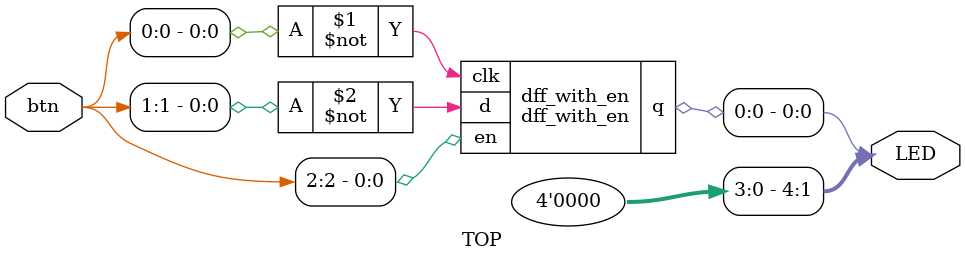
<source format=v>
module dff_with_en
(
    input       clk,
    input       en,
    input       d,
    output reg  q
);

    always @ (posedge clk)
        if (en)
            q <= d;
 
endmodule


module TOP
(
    
    input  [ 2:0] btn,     // Замените на соответствующие входные сигналы кнопок на вашей плате
    output [ 4:0] LED     // Замените на соответствующие выходные сигналы светодиодов на вашей плате
);

    assign LED[4:1] = 4'b0;

    dff_with_en dff_with_en
    (
        .clk   ( ~btn[0] ),
        .en   ( btn[2] ),
        .d   (  ~btn[1] ),
        .q   (  LED[0] )
    );
endmodule

</source>
